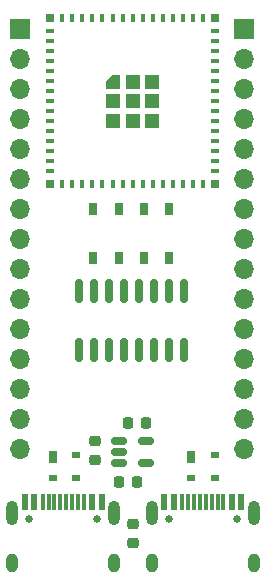
<source format=gbr>
%TF.GenerationSoftware,KiCad,Pcbnew,(6.0.9)*%
%TF.CreationDate,2022-11-21T22:18:44+02:00*%
%TF.ProjectId,esp32s2_devboard,65737033-3273-4325-9f64-6576626f6172,rev?*%
%TF.SameCoordinates,Original*%
%TF.FileFunction,Soldermask,Top*%
%TF.FilePolarity,Negative*%
%FSLAX46Y46*%
G04 Gerber Fmt 4.6, Leading zero omitted, Abs format (unit mm)*
G04 Created by KiCad (PCBNEW (6.0.9)) date 2022-11-21 22:18:44*
%MOMM*%
%LPD*%
G01*
G04 APERTURE LIST*
G04 Aperture macros list*
%AMRoundRect*
0 Rectangle with rounded corners*
0 $1 Rounding radius*
0 $2 $3 $4 $5 $6 $7 $8 $9 X,Y pos of 4 corners*
0 Add a 4 corners polygon primitive as box body*
4,1,4,$2,$3,$4,$5,$6,$7,$8,$9,$2,$3,0*
0 Add four circle primitives for the rounded corners*
1,1,$1+$1,$2,$3*
1,1,$1+$1,$4,$5*
1,1,$1+$1,$6,$7*
1,1,$1+$1,$8,$9*
0 Add four rect primitives between the rounded corners*
20,1,$1+$1,$2,$3,$4,$5,0*
20,1,$1+$1,$4,$5,$6,$7,0*
20,1,$1+$1,$6,$7,$8,$9,0*
20,1,$1+$1,$8,$9,$2,$3,0*%
%AMFreePoly0*
4,1,6,0.600000,-0.600000,-0.600000,-0.600000,-0.600000,0.000000,0.000000,0.600000,0.600000,0.600000,0.600000,-0.600000,0.600000,-0.600000,$1*%
G04 Aperture macros list end*
%ADD10R,0.700000X1.000000*%
%ADD11R,0.700000X0.600000*%
%ADD12RoundRect,0.218750X0.256250X-0.218750X0.256250X0.218750X-0.256250X0.218750X-0.256250X-0.218750X0*%
%ADD13RoundRect,0.225000X0.225000X0.250000X-0.225000X0.250000X-0.225000X-0.250000X0.225000X-0.250000X0*%
%ADD14RoundRect,0.225000X-0.225000X-0.250000X0.225000X-0.250000X0.225000X0.250000X-0.225000X0.250000X0*%
%ADD15R,0.650000X1.050000*%
%ADD16RoundRect,0.150000X-0.512500X-0.150000X0.512500X-0.150000X0.512500X0.150000X-0.512500X0.150000X0*%
%ADD17RoundRect,0.150000X-0.150000X0.825000X-0.150000X-0.825000X0.150000X-0.825000X0.150000X0.825000X0*%
%ADD18C,0.650000*%
%ADD19R,0.600000X1.450000*%
%ADD20R,0.300000X1.450000*%
%ADD21O,1.000000X2.100000*%
%ADD22O,1.000000X1.600000*%
%ADD23R,1.700000X1.700000*%
%ADD24O,1.700000X1.700000*%
%ADD25R,0.800000X0.400000*%
%ADD26R,0.400000X0.800000*%
%ADD27R,1.200000X1.200000*%
%ADD28FreePoly0,0.000000*%
%ADD29R,0.800000X0.800000*%
G04 APERTURE END LIST*
D10*
%TO.C,D2*%
X155790000Y-86054999D03*
D11*
X155790000Y-87754999D03*
X157790000Y-87754999D03*
X157790000Y-85854999D03*
%TD*%
D12*
%TO.C,F1*%
X159400000Y-86237500D03*
X159400000Y-84662500D03*
%TD*%
D13*
%TO.C,C6*%
X163697500Y-83157501D03*
X162147500Y-83157501D03*
%TD*%
D14*
%TO.C,C3*%
X161422500Y-88132500D03*
X162972500Y-88132500D03*
%TD*%
D10*
%TO.C,D1*%
X167500000Y-86054999D03*
D11*
X167500000Y-87754999D03*
X169500000Y-87754999D03*
X169500000Y-85854999D03*
%TD*%
D15*
%TO.C,SW2*%
X159220000Y-69145000D03*
X159220000Y-64995000D03*
X161370000Y-69145000D03*
X161370000Y-64995000D03*
%TD*%
D16*
%TO.C,U2*%
X161422500Y-84662500D03*
X161422500Y-85612500D03*
X161422500Y-86562500D03*
X163697500Y-86562500D03*
X163697500Y-84662500D03*
%TD*%
D12*
%TO.C,D3*%
X162560000Y-93304999D03*
X162560000Y-91729999D03*
%TD*%
D17*
%TO.C,U3*%
X166945000Y-71970000D03*
X165675000Y-71970000D03*
X164405000Y-71970000D03*
X163135000Y-71970000D03*
X161865000Y-71970000D03*
X160595000Y-71970000D03*
X159325000Y-71970000D03*
X158055000Y-71970000D03*
X158055000Y-76920000D03*
X159325000Y-76920000D03*
X160595000Y-76920000D03*
X161865000Y-76920000D03*
X163135000Y-76920000D03*
X164405000Y-76920000D03*
X165675000Y-76920000D03*
X166945000Y-76920000D03*
%TD*%
D18*
%TO.C,J2*%
X159580000Y-91304999D03*
X153800000Y-91304999D03*
D19*
X153440000Y-89859999D03*
X154240000Y-89859999D03*
D20*
X155440000Y-89859999D03*
X156440000Y-89859999D03*
X156940000Y-89859999D03*
X157940000Y-89859999D03*
D19*
X159140000Y-89859999D03*
X159940000Y-89859999D03*
X159940000Y-89859999D03*
X159140000Y-89859999D03*
D20*
X158440000Y-89859999D03*
X157440000Y-89859999D03*
X155940000Y-89859999D03*
X154940000Y-89859999D03*
D19*
X154240000Y-89859999D03*
X153440000Y-89859999D03*
D21*
X152370000Y-90774999D03*
D22*
X161010000Y-94954999D03*
X152370000Y-94954999D03*
D21*
X161010000Y-90774999D03*
%TD*%
D23*
%TO.C,J4*%
X172000000Y-49800000D03*
D24*
X172000000Y-52340000D03*
X172000000Y-54880000D03*
X172000000Y-57420000D03*
X172000000Y-59960000D03*
X172000000Y-62500000D03*
X172000000Y-65040000D03*
X172000000Y-67580000D03*
X172000000Y-70120000D03*
X172000000Y-72660000D03*
X172000000Y-75200000D03*
X172000000Y-77740000D03*
X172000000Y-80280000D03*
X172000000Y-82820000D03*
X172000000Y-85360000D03*
%TD*%
D18*
%TO.C,J1*%
X165610000Y-91304999D03*
X171390000Y-91304999D03*
D19*
X165250000Y-89859999D03*
X166050000Y-89859999D03*
D20*
X167250000Y-89859999D03*
X168250000Y-89859999D03*
X168750000Y-89859999D03*
X169750000Y-89859999D03*
D19*
X170950000Y-89859999D03*
X171750000Y-89859999D03*
X171750000Y-89859999D03*
X170950000Y-89859999D03*
D20*
X170250000Y-89859999D03*
X169250000Y-89859999D03*
X167750000Y-89859999D03*
X166750000Y-89859999D03*
D19*
X166050000Y-89859999D03*
X165250000Y-89859999D03*
D22*
X164180000Y-94954999D03*
D21*
X172820000Y-90774999D03*
X164180000Y-90774999D03*
D22*
X172820000Y-94954999D03*
%TD*%
D25*
%TO.C,U1*%
X155560000Y-49930000D03*
X155560000Y-50780000D03*
X155560000Y-51630000D03*
X155560000Y-52480000D03*
X155560000Y-53330000D03*
X155560000Y-54180000D03*
X155560000Y-55030000D03*
X155560000Y-55880000D03*
X155560000Y-56730000D03*
X155560000Y-57580000D03*
X155560000Y-58430000D03*
X155560000Y-59280000D03*
X155560000Y-60130000D03*
X155560000Y-60980000D03*
X155560000Y-61830000D03*
D26*
X156610000Y-62880000D03*
X157460000Y-62880000D03*
X158310000Y-62880000D03*
X159160000Y-62880000D03*
X160010000Y-62880000D03*
X160860000Y-62880000D03*
X161710000Y-62880000D03*
X162560000Y-62880000D03*
X163410000Y-62880000D03*
X164260000Y-62880000D03*
X165110000Y-62880000D03*
X165960000Y-62880000D03*
X166810000Y-62880000D03*
X167660000Y-62880000D03*
X168510000Y-62880000D03*
D25*
X169560000Y-61830000D03*
X169560000Y-60980000D03*
X169560000Y-60130000D03*
X169560000Y-59280000D03*
X169560000Y-58430000D03*
X169560000Y-57580000D03*
X169560000Y-56730000D03*
X169560000Y-55880000D03*
X169560000Y-55030000D03*
X169560000Y-54180000D03*
X169560000Y-53330000D03*
X169560000Y-52480000D03*
X169560000Y-51630000D03*
X169560000Y-50780000D03*
X169560000Y-49930000D03*
D26*
X168510000Y-48880000D03*
X167660000Y-48880000D03*
X166810000Y-48880000D03*
X165960000Y-48880000D03*
X165110000Y-48880000D03*
X164260000Y-48880000D03*
X163410000Y-48880000D03*
X162560000Y-48880000D03*
X161710000Y-48880000D03*
X160860000Y-48880000D03*
X160010000Y-48880000D03*
X159160000Y-48880000D03*
X158310000Y-48880000D03*
X157460000Y-48880000D03*
X156610000Y-48880000D03*
D27*
X162560000Y-54230000D03*
X164210000Y-54230000D03*
X162560000Y-55880000D03*
X164210000Y-55880000D03*
X160910000Y-57530000D03*
X162560000Y-57530000D03*
X160910000Y-55880000D03*
D28*
X160910000Y-54230000D03*
D27*
X164210000Y-57530000D03*
D29*
X155560000Y-48880000D03*
X155560000Y-62880000D03*
X169560000Y-62880000D03*
X169560000Y-48880000D03*
%TD*%
D23*
%TO.C,J3*%
X153000000Y-49800000D03*
D24*
X153000000Y-52340000D03*
X153000000Y-54880000D03*
X153000000Y-57420000D03*
X153000000Y-59960000D03*
X153000000Y-62500000D03*
X153000000Y-65040000D03*
X153000000Y-67580000D03*
X153000000Y-70120000D03*
X153000000Y-72660000D03*
X153000000Y-75200000D03*
X153000000Y-77740000D03*
X153000000Y-80280000D03*
X153000000Y-82820000D03*
X153000000Y-85360000D03*
%TD*%
D15*
%TO.C,SW1*%
X163520000Y-69144999D03*
X163520000Y-64994999D03*
X165670000Y-69144999D03*
X165670000Y-64994999D03*
%TD*%
M02*

</source>
